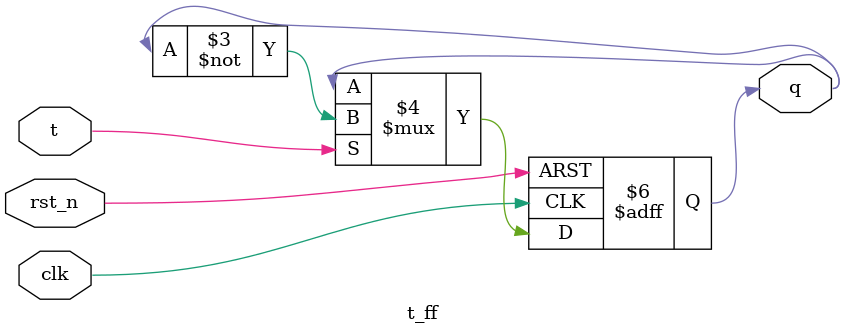
<source format=v>
module johnson_counter_struct (
  input clk,
  input rst_n,
  output [3:0] q
);
  wire q0, q1, q2, q3;
  wire t0, t1, t2, t3;

  assign t0 = q1 ^ q0;
  assign t1 = q2 ^ q1;
  assign t2 = q3 ^ q2;
  assign t3 = (~q0) ^ q3;

  t_ff ff0(.t(t0), .clk(clk), .rst_n(rst_n), .q(q0));
  t_ff ff1(.t(t1), .clk(clk), .rst_n(rst_n), .q(q1));
  t_ff ff2(.t(t2), .clk(clk), .rst_n(rst_n), .q(q2));
  t_ff ff3(.t(t3), .clk(clk), .rst_n(rst_n), .q(q3));

  assign q = {q3, q2, q1, q0};
endmodule

module t_ff (
  input t,
  input clk,
  input rst_n,
  output reg q
);
  always @(posedge clk or negedge rst_n) begin
    if (!rst_n)
      q <= 1'b0;
    else if (t)
      q <= ~q;
  end
endmodule

</source>
